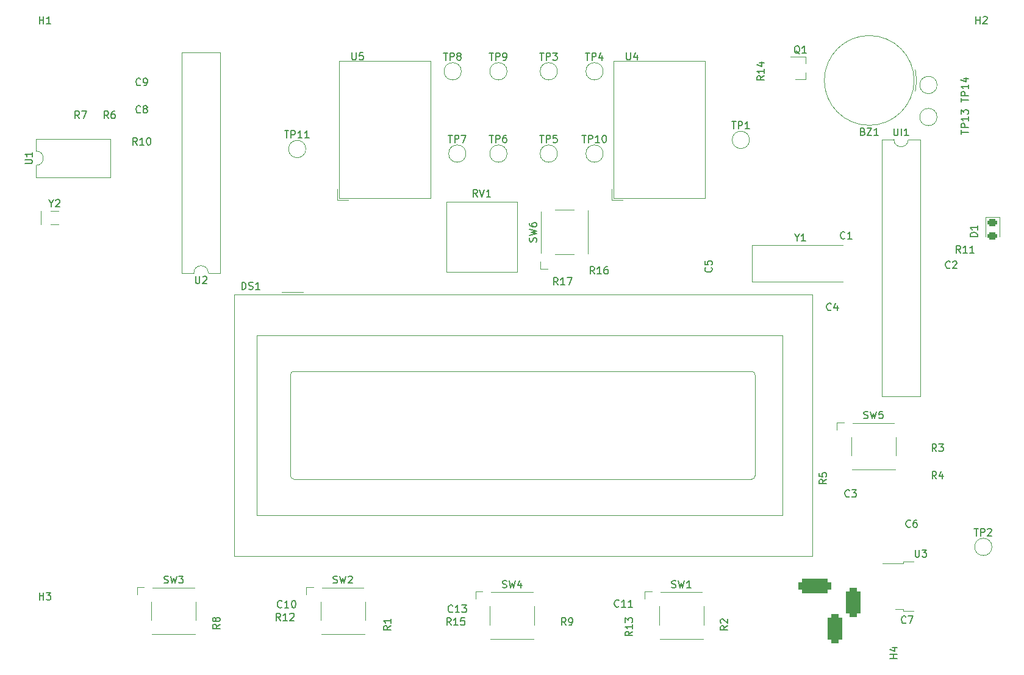
<source format=gbr>
%TF.GenerationSoftware,KiCad,Pcbnew,(6.0.5-0)*%
%TF.CreationDate,2022-07-17T22:17:14-04:00*%
%TF.ProjectId,Annahs_clock_hps,416e6e61-6873-45f6-936c-6f636b5f6870,rev?*%
%TF.SameCoordinates,Original*%
%TF.FileFunction,Legend,Top*%
%TF.FilePolarity,Positive*%
%FSLAX46Y46*%
G04 Gerber Fmt 4.6, Leading zero omitted, Abs format (unit mm)*
G04 Created by KiCad (PCBNEW (6.0.5-0)) date 2022-07-17 22:17:14*
%MOMM*%
%LPD*%
G01*
G04 APERTURE LIST*
G04 Aperture macros list*
%AMRoundRect*
0 Rectangle with rounded corners*
0 $1 Rounding radius*
0 $2 $3 $4 $5 $6 $7 $8 $9 X,Y pos of 4 corners*
0 Add a 4 corners polygon primitive as box body*
4,1,4,$2,$3,$4,$5,$6,$7,$8,$9,$2,$3,0*
0 Add four circle primitives for the rounded corners*
1,1,$1+$1,$2,$3*
1,1,$1+$1,$4,$5*
1,1,$1+$1,$6,$7*
1,1,$1+$1,$8,$9*
0 Add four rect primitives between the rounded corners*
20,1,$1+$1,$2,$3,$4,$5,0*
20,1,$1+$1,$4,$5,$6,$7,0*
20,1,$1+$1,$6,$7,$8,$9,0*
20,1,$1+$1,$8,$9,$2,$3,0*%
G04 Aperture macros list end*
%ADD10C,0.150000*%
%ADD11C,0.120000*%
%ADD12R,1.150000X1.400000*%
%ADD13C,3.200000*%
%ADD14C,1.440000*%
%ADD15R,1.000000X1.800000*%
%ADD16C,2.000000*%
%ADD17R,2.200000X1.200000*%
%ADD18R,6.400000X5.800000*%
%ADD19R,1.400000X1.150000*%
%ADD20R,1.700000X1.700000*%
%ADD21C,1.700000*%
%ADD22R,1.600000X1.600000*%
%ADD23O,1.600000X1.600000*%
%ADD24R,0.900000X0.800000*%
%ADD25RoundRect,0.243750X-0.456250X0.243750X-0.456250X-0.243750X0.456250X-0.243750X0.456250X0.243750X0*%
%ADD26R,1.400000X1.600000*%
%ADD27R,4.500000X2.000000*%
%ADD28R,2.000000X2.000000*%
%ADD29R,1.600000X1.400000*%
%ADD30C,3.000000*%
%ADD31R,1.800000X2.600000*%
%ADD32O,1.800000X2.600000*%
%ADD33RoundRect,0.500000X1.750000X0.500000X-1.750000X0.500000X-1.750000X-0.500000X1.750000X-0.500000X0*%
%ADD34RoundRect,0.500000X-0.500000X1.500000X-0.500000X-1.500000X0.500000X-1.500000X0.500000X1.500000X0*%
%ADD35O,1.700000X1.700000*%
%ADD36R,3.000000X3.000000*%
G04 APERTURE END LIST*
D10*
%TO.C,C6*%
X205148333Y-126087142D02*
X205100714Y-126134761D01*
X204957857Y-126182380D01*
X204862619Y-126182380D01*
X204719761Y-126134761D01*
X204624523Y-126039523D01*
X204576904Y-125944285D01*
X204529285Y-125753809D01*
X204529285Y-125610952D01*
X204576904Y-125420476D01*
X204624523Y-125325238D01*
X204719761Y-125230000D01*
X204862619Y-125182380D01*
X204957857Y-125182380D01*
X205100714Y-125230000D01*
X205148333Y-125277619D01*
X206005476Y-125182380D02*
X205815000Y-125182380D01*
X205719761Y-125230000D01*
X205672142Y-125277619D01*
X205576904Y-125420476D01*
X205529285Y-125610952D01*
X205529285Y-125991904D01*
X205576904Y-126087142D01*
X205624523Y-126134761D01*
X205719761Y-126182380D01*
X205910238Y-126182380D01*
X206005476Y-126134761D01*
X206053095Y-126087142D01*
X206100714Y-125991904D01*
X206100714Y-125753809D01*
X206053095Y-125658571D01*
X206005476Y-125610952D01*
X205910238Y-125563333D01*
X205719761Y-125563333D01*
X205624523Y-125610952D01*
X205576904Y-125658571D01*
X205529285Y-125753809D01*
%TO.C,H4*%
X203317380Y-144386904D02*
X202317380Y-144386904D01*
X202793571Y-144386904D02*
X202793571Y-143815476D01*
X203317380Y-143815476D02*
X202317380Y-143815476D01*
X202650714Y-142910714D02*
X203317380Y-142910714D01*
X202269761Y-143148809D02*
X202984047Y-143386904D01*
X202984047Y-142767857D01*
%TO.C,R6*%
X93813333Y-69412380D02*
X93480000Y-68936190D01*
X93241904Y-69412380D02*
X93241904Y-68412380D01*
X93622857Y-68412380D01*
X93718095Y-68460000D01*
X93765714Y-68507619D01*
X93813333Y-68602857D01*
X93813333Y-68745714D01*
X93765714Y-68840952D01*
X93718095Y-68888571D01*
X93622857Y-68936190D01*
X93241904Y-68936190D01*
X94670476Y-68412380D02*
X94480000Y-68412380D01*
X94384761Y-68460000D01*
X94337142Y-68507619D01*
X94241904Y-68650476D01*
X94194285Y-68840952D01*
X94194285Y-69221904D01*
X94241904Y-69317142D01*
X94289523Y-69364761D01*
X94384761Y-69412380D01*
X94575238Y-69412380D01*
X94670476Y-69364761D01*
X94718095Y-69317142D01*
X94765714Y-69221904D01*
X94765714Y-68983809D01*
X94718095Y-68888571D01*
X94670476Y-68840952D01*
X94575238Y-68793333D01*
X94384761Y-68793333D01*
X94289523Y-68840952D01*
X94241904Y-68888571D01*
X94194285Y-68983809D01*
%TO.C,RV1*%
X145054761Y-80279880D02*
X144721428Y-79803690D01*
X144483333Y-80279880D02*
X144483333Y-79279880D01*
X144864285Y-79279880D01*
X144959523Y-79327500D01*
X145007142Y-79375119D01*
X145054761Y-79470357D01*
X145054761Y-79613214D01*
X145007142Y-79708452D01*
X144959523Y-79756071D01*
X144864285Y-79803690D01*
X144483333Y-79803690D01*
X145340476Y-79279880D02*
X145673809Y-80279880D01*
X146007142Y-79279880D01*
X146864285Y-80279880D02*
X146292857Y-80279880D01*
X146578571Y-80279880D02*
X146578571Y-79279880D01*
X146483333Y-79422738D01*
X146388095Y-79517976D01*
X146292857Y-79565595D01*
%TO.C,Y2*%
X85883809Y-81211190D02*
X85883809Y-81687380D01*
X85550476Y-80687380D02*
X85883809Y-81211190D01*
X86217142Y-80687380D01*
X86502857Y-80782619D02*
X86550476Y-80735000D01*
X86645714Y-80687380D01*
X86883809Y-80687380D01*
X86979047Y-80735000D01*
X87026666Y-80782619D01*
X87074285Y-80877857D01*
X87074285Y-80973095D01*
X87026666Y-81115952D01*
X86455238Y-81687380D01*
X87074285Y-81687380D01*
%TO.C,TP9*%
X146693095Y-60319380D02*
X147264523Y-60319380D01*
X146978809Y-61319380D02*
X146978809Y-60319380D01*
X147597857Y-61319380D02*
X147597857Y-60319380D01*
X147978809Y-60319380D01*
X148074047Y-60367000D01*
X148121666Y-60414619D01*
X148169285Y-60509857D01*
X148169285Y-60652714D01*
X148121666Y-60747952D01*
X148074047Y-60795571D01*
X147978809Y-60843190D01*
X147597857Y-60843190D01*
X148645476Y-61319380D02*
X148835952Y-61319380D01*
X148931190Y-61271761D01*
X148978809Y-61224142D01*
X149074047Y-61081285D01*
X149121666Y-60890809D01*
X149121666Y-60509857D01*
X149074047Y-60414619D01*
X149026428Y-60367000D01*
X148931190Y-60319380D01*
X148740714Y-60319380D01*
X148645476Y-60367000D01*
X148597857Y-60414619D01*
X148550238Y-60509857D01*
X148550238Y-60747952D01*
X148597857Y-60843190D01*
X148645476Y-60890809D01*
X148740714Y-60938428D01*
X148931190Y-60938428D01*
X149026428Y-60890809D01*
X149074047Y-60843190D01*
X149121666Y-60747952D01*
%TO.C,R17*%
X156202142Y-92527380D02*
X155868809Y-92051190D01*
X155630714Y-92527380D02*
X155630714Y-91527380D01*
X156011666Y-91527380D01*
X156106904Y-91575000D01*
X156154523Y-91622619D01*
X156202142Y-91717857D01*
X156202142Y-91860714D01*
X156154523Y-91955952D01*
X156106904Y-92003571D01*
X156011666Y-92051190D01*
X155630714Y-92051190D01*
X157154523Y-92527380D02*
X156583095Y-92527380D01*
X156868809Y-92527380D02*
X156868809Y-91527380D01*
X156773571Y-91670238D01*
X156678333Y-91765476D01*
X156583095Y-91813095D01*
X157487857Y-91527380D02*
X158154523Y-91527380D01*
X157725952Y-92527380D01*
%TO.C,U3*%
X205823095Y-129317380D02*
X205823095Y-130126904D01*
X205870714Y-130222142D01*
X205918333Y-130269761D01*
X206013571Y-130317380D01*
X206204047Y-130317380D01*
X206299285Y-130269761D01*
X206346904Y-130222142D01*
X206394523Y-130126904D01*
X206394523Y-129317380D01*
X206775476Y-129317380D02*
X207394523Y-129317380D01*
X207061190Y-129698333D01*
X207204047Y-129698333D01*
X207299285Y-129745952D01*
X207346904Y-129793571D01*
X207394523Y-129888809D01*
X207394523Y-130126904D01*
X207346904Y-130222142D01*
X207299285Y-130269761D01*
X207204047Y-130317380D01*
X206918333Y-130317380D01*
X206823095Y-130269761D01*
X206775476Y-130222142D01*
%TO.C,R14*%
X184857380Y-63507857D02*
X184381190Y-63841190D01*
X184857380Y-64079285D02*
X183857380Y-64079285D01*
X183857380Y-63698333D01*
X183905000Y-63603095D01*
X183952619Y-63555476D01*
X184047857Y-63507857D01*
X184190714Y-63507857D01*
X184285952Y-63555476D01*
X184333571Y-63603095D01*
X184381190Y-63698333D01*
X184381190Y-64079285D01*
X184857380Y-62555476D02*
X184857380Y-63126904D01*
X184857380Y-62841190D02*
X183857380Y-62841190D01*
X184000238Y-62936428D01*
X184095476Y-63031666D01*
X184143095Y-63126904D01*
X184190714Y-61698333D02*
X184857380Y-61698333D01*
X183809761Y-61936428D02*
X184524047Y-62174523D01*
X184524047Y-61555476D01*
%TO.C,U5*%
X127635095Y-60285380D02*
X127635095Y-61094904D01*
X127682714Y-61190142D01*
X127730333Y-61237761D01*
X127825571Y-61285380D01*
X128016047Y-61285380D01*
X128111285Y-61237761D01*
X128158904Y-61190142D01*
X128206523Y-61094904D01*
X128206523Y-60285380D01*
X129158904Y-60285380D02*
X128682714Y-60285380D01*
X128635095Y-60761571D01*
X128682714Y-60713952D01*
X128777952Y-60666333D01*
X129016047Y-60666333D01*
X129111285Y-60713952D01*
X129158904Y-60761571D01*
X129206523Y-60856809D01*
X129206523Y-61094904D01*
X129158904Y-61190142D01*
X129111285Y-61237761D01*
X129016047Y-61285380D01*
X128777952Y-61285380D01*
X128682714Y-61237761D01*
X128635095Y-61190142D01*
%TO.C,TP7*%
X140978095Y-71749380D02*
X141549523Y-71749380D01*
X141263809Y-72749380D02*
X141263809Y-71749380D01*
X141882857Y-72749380D02*
X141882857Y-71749380D01*
X142263809Y-71749380D01*
X142359047Y-71797000D01*
X142406666Y-71844619D01*
X142454285Y-71939857D01*
X142454285Y-72082714D01*
X142406666Y-72177952D01*
X142359047Y-72225571D01*
X142263809Y-72273190D01*
X141882857Y-72273190D01*
X142787619Y-71749380D02*
X143454285Y-71749380D01*
X143025714Y-72749380D01*
%TO.C,R5*%
X193492380Y-119546666D02*
X193016190Y-119880000D01*
X193492380Y-120118095D02*
X192492380Y-120118095D01*
X192492380Y-119737142D01*
X192540000Y-119641904D01*
X192587619Y-119594285D01*
X192682857Y-119546666D01*
X192825714Y-119546666D01*
X192920952Y-119594285D01*
X192968571Y-119641904D01*
X193016190Y-119737142D01*
X193016190Y-120118095D01*
X192492380Y-118641904D02*
X192492380Y-119118095D01*
X192968571Y-119165714D01*
X192920952Y-119118095D01*
X192873333Y-119022857D01*
X192873333Y-118784761D01*
X192920952Y-118689523D01*
X192968571Y-118641904D01*
X193063809Y-118594285D01*
X193301904Y-118594285D01*
X193397142Y-118641904D01*
X193444761Y-118689523D01*
X193492380Y-118784761D01*
X193492380Y-119022857D01*
X193444761Y-119118095D01*
X193397142Y-119165714D01*
%TO.C,C2*%
X210653333Y-90147142D02*
X210605714Y-90194761D01*
X210462857Y-90242380D01*
X210367619Y-90242380D01*
X210224761Y-90194761D01*
X210129523Y-90099523D01*
X210081904Y-90004285D01*
X210034285Y-89813809D01*
X210034285Y-89670952D01*
X210081904Y-89480476D01*
X210129523Y-89385238D01*
X210224761Y-89290000D01*
X210367619Y-89242380D01*
X210462857Y-89242380D01*
X210605714Y-89290000D01*
X210653333Y-89337619D01*
X211034285Y-89337619D02*
X211081904Y-89290000D01*
X211177142Y-89242380D01*
X211415238Y-89242380D01*
X211510476Y-89290000D01*
X211558095Y-89337619D01*
X211605714Y-89432857D01*
X211605714Y-89528095D01*
X211558095Y-89670952D01*
X210986666Y-90242380D01*
X211605714Y-90242380D01*
%TO.C,R10*%
X97782142Y-73097380D02*
X97448809Y-72621190D01*
X97210714Y-73097380D02*
X97210714Y-72097380D01*
X97591666Y-72097380D01*
X97686904Y-72145000D01*
X97734523Y-72192619D01*
X97782142Y-72287857D01*
X97782142Y-72430714D01*
X97734523Y-72525952D01*
X97686904Y-72573571D01*
X97591666Y-72621190D01*
X97210714Y-72621190D01*
X98734523Y-73097380D02*
X98163095Y-73097380D01*
X98448809Y-73097380D02*
X98448809Y-72097380D01*
X98353571Y-72240238D01*
X98258333Y-72335476D01*
X98163095Y-72383095D01*
X99353571Y-72097380D02*
X99448809Y-72097380D01*
X99544047Y-72145000D01*
X99591666Y-72192619D01*
X99639285Y-72287857D01*
X99686904Y-72478333D01*
X99686904Y-72716428D01*
X99639285Y-72906904D01*
X99591666Y-73002142D01*
X99544047Y-73049761D01*
X99448809Y-73097380D01*
X99353571Y-73097380D01*
X99258333Y-73049761D01*
X99210714Y-73002142D01*
X99163095Y-72906904D01*
X99115476Y-72716428D01*
X99115476Y-72478333D01*
X99163095Y-72287857D01*
X99210714Y-72192619D01*
X99258333Y-72145000D01*
X99353571Y-72097380D01*
%TO.C,C10*%
X117897142Y-137262142D02*
X117849523Y-137309761D01*
X117706666Y-137357380D01*
X117611428Y-137357380D01*
X117468571Y-137309761D01*
X117373333Y-137214523D01*
X117325714Y-137119285D01*
X117278095Y-136928809D01*
X117278095Y-136785952D01*
X117325714Y-136595476D01*
X117373333Y-136500238D01*
X117468571Y-136405000D01*
X117611428Y-136357380D01*
X117706666Y-136357380D01*
X117849523Y-136405000D01*
X117897142Y-136452619D01*
X118849523Y-137357380D02*
X118278095Y-137357380D01*
X118563809Y-137357380D02*
X118563809Y-136357380D01*
X118468571Y-136500238D01*
X118373333Y-136595476D01*
X118278095Y-136643095D01*
X119468571Y-136357380D02*
X119563809Y-136357380D01*
X119659047Y-136405000D01*
X119706666Y-136452619D01*
X119754285Y-136547857D01*
X119801904Y-136738333D01*
X119801904Y-136976428D01*
X119754285Y-137166904D01*
X119706666Y-137262142D01*
X119659047Y-137309761D01*
X119563809Y-137357380D01*
X119468571Y-137357380D01*
X119373333Y-137309761D01*
X119325714Y-137262142D01*
X119278095Y-137166904D01*
X119230476Y-136976428D01*
X119230476Y-136738333D01*
X119278095Y-136547857D01*
X119325714Y-136452619D01*
X119373333Y-136405000D01*
X119468571Y-136357380D01*
%TO.C,U2*%
X105918095Y-91317380D02*
X105918095Y-92126904D01*
X105965714Y-92222142D01*
X106013333Y-92269761D01*
X106108571Y-92317380D01*
X106299047Y-92317380D01*
X106394285Y-92269761D01*
X106441904Y-92222142D01*
X106489523Y-92126904D01*
X106489523Y-91317380D01*
X106918095Y-91412619D02*
X106965714Y-91365000D01*
X107060952Y-91317380D01*
X107299047Y-91317380D01*
X107394285Y-91365000D01*
X107441904Y-91412619D01*
X107489523Y-91507857D01*
X107489523Y-91603095D01*
X107441904Y-91745952D01*
X106870476Y-92317380D01*
X107489523Y-92317380D01*
%TO.C,C8*%
X98258333Y-68557142D02*
X98210714Y-68604761D01*
X98067857Y-68652380D01*
X97972619Y-68652380D01*
X97829761Y-68604761D01*
X97734523Y-68509523D01*
X97686904Y-68414285D01*
X97639285Y-68223809D01*
X97639285Y-68080952D01*
X97686904Y-67890476D01*
X97734523Y-67795238D01*
X97829761Y-67700000D01*
X97972619Y-67652380D01*
X98067857Y-67652380D01*
X98210714Y-67700000D01*
X98258333Y-67747619D01*
X98829761Y-68080952D02*
X98734523Y-68033333D01*
X98686904Y-67985714D01*
X98639285Y-67890476D01*
X98639285Y-67842857D01*
X98686904Y-67747619D01*
X98734523Y-67700000D01*
X98829761Y-67652380D01*
X99020238Y-67652380D01*
X99115476Y-67700000D01*
X99163095Y-67747619D01*
X99210714Y-67842857D01*
X99210714Y-67890476D01*
X99163095Y-67985714D01*
X99115476Y-68033333D01*
X99020238Y-68080952D01*
X98829761Y-68080952D01*
X98734523Y-68128571D01*
X98686904Y-68176190D01*
X98639285Y-68271428D01*
X98639285Y-68461904D01*
X98686904Y-68557142D01*
X98734523Y-68604761D01*
X98829761Y-68652380D01*
X99020238Y-68652380D01*
X99115476Y-68604761D01*
X99163095Y-68557142D01*
X99210714Y-68461904D01*
X99210714Y-68271428D01*
X99163095Y-68176190D01*
X99115476Y-68128571D01*
X99020238Y-68080952D01*
%TO.C,Q1*%
X189784761Y-60442619D02*
X189689523Y-60395000D01*
X189594285Y-60299761D01*
X189451428Y-60156904D01*
X189356190Y-60109285D01*
X189260952Y-60109285D01*
X189308571Y-60347380D02*
X189213333Y-60299761D01*
X189118095Y-60204523D01*
X189070476Y-60014047D01*
X189070476Y-59680714D01*
X189118095Y-59490238D01*
X189213333Y-59395000D01*
X189308571Y-59347380D01*
X189499047Y-59347380D01*
X189594285Y-59395000D01*
X189689523Y-59490238D01*
X189737142Y-59680714D01*
X189737142Y-60014047D01*
X189689523Y-60204523D01*
X189594285Y-60299761D01*
X189499047Y-60347380D01*
X189308571Y-60347380D01*
X190689523Y-60347380D02*
X190118095Y-60347380D01*
X190403809Y-60347380D02*
X190403809Y-59347380D01*
X190308571Y-59490238D01*
X190213333Y-59585476D01*
X190118095Y-59633095D01*
%TO.C,C7*%
X204513333Y-139422142D02*
X204465714Y-139469761D01*
X204322857Y-139517380D01*
X204227619Y-139517380D01*
X204084761Y-139469761D01*
X203989523Y-139374523D01*
X203941904Y-139279285D01*
X203894285Y-139088809D01*
X203894285Y-138945952D01*
X203941904Y-138755476D01*
X203989523Y-138660238D01*
X204084761Y-138565000D01*
X204227619Y-138517380D01*
X204322857Y-138517380D01*
X204465714Y-138565000D01*
X204513333Y-138612619D01*
X204846666Y-138517380D02*
X205513333Y-138517380D01*
X205084761Y-139517380D01*
%TO.C,D1*%
X214447380Y-85828095D02*
X213447380Y-85828095D01*
X213447380Y-85590000D01*
X213495000Y-85447142D01*
X213590238Y-85351904D01*
X213685476Y-85304285D01*
X213875952Y-85256666D01*
X214018809Y-85256666D01*
X214209285Y-85304285D01*
X214304523Y-85351904D01*
X214399761Y-85447142D01*
X214447380Y-85590000D01*
X214447380Y-85828095D01*
X214447380Y-84304285D02*
X214447380Y-84875714D01*
X214447380Y-84590000D02*
X213447380Y-84590000D01*
X213590238Y-84685238D01*
X213685476Y-84780476D01*
X213733095Y-84875714D01*
%TO.C,TP5*%
X153678095Y-71749380D02*
X154249523Y-71749380D01*
X153963809Y-72749380D02*
X153963809Y-71749380D01*
X154582857Y-72749380D02*
X154582857Y-71749380D01*
X154963809Y-71749380D01*
X155059047Y-71797000D01*
X155106666Y-71844619D01*
X155154285Y-71939857D01*
X155154285Y-72082714D01*
X155106666Y-72177952D01*
X155059047Y-72225571D01*
X154963809Y-72273190D01*
X154582857Y-72273190D01*
X156059047Y-71749380D02*
X155582857Y-71749380D01*
X155535238Y-72225571D01*
X155582857Y-72177952D01*
X155678095Y-72130333D01*
X155916190Y-72130333D01*
X156011428Y-72177952D01*
X156059047Y-72225571D01*
X156106666Y-72320809D01*
X156106666Y-72558904D01*
X156059047Y-72654142D01*
X156011428Y-72701761D01*
X155916190Y-72749380D01*
X155678095Y-72749380D01*
X155582857Y-72701761D01*
X155535238Y-72654142D01*
%TO.C,R13*%
X166567380Y-140660357D02*
X166091190Y-140993690D01*
X166567380Y-141231785D02*
X165567380Y-141231785D01*
X165567380Y-140850833D01*
X165615000Y-140755595D01*
X165662619Y-140707976D01*
X165757857Y-140660357D01*
X165900714Y-140660357D01*
X165995952Y-140707976D01*
X166043571Y-140755595D01*
X166091190Y-140850833D01*
X166091190Y-141231785D01*
X166567380Y-139707976D02*
X166567380Y-140279404D01*
X166567380Y-139993690D02*
X165567380Y-139993690D01*
X165710238Y-140088928D01*
X165805476Y-140184166D01*
X165853095Y-140279404D01*
X165567380Y-139374642D02*
X165567380Y-138755595D01*
X165948333Y-139088928D01*
X165948333Y-138946071D01*
X165995952Y-138850833D01*
X166043571Y-138803214D01*
X166138809Y-138755595D01*
X166376904Y-138755595D01*
X166472142Y-138803214D01*
X166519761Y-138850833D01*
X166567380Y-138946071D01*
X166567380Y-139231785D01*
X166519761Y-139327023D01*
X166472142Y-139374642D01*
%TO.C,R15*%
X141382142Y-139772380D02*
X141048809Y-139296190D01*
X140810714Y-139772380D02*
X140810714Y-138772380D01*
X141191666Y-138772380D01*
X141286904Y-138820000D01*
X141334523Y-138867619D01*
X141382142Y-138962857D01*
X141382142Y-139105714D01*
X141334523Y-139200952D01*
X141286904Y-139248571D01*
X141191666Y-139296190D01*
X140810714Y-139296190D01*
X142334523Y-139772380D02*
X141763095Y-139772380D01*
X142048809Y-139772380D02*
X142048809Y-138772380D01*
X141953571Y-138915238D01*
X141858333Y-139010476D01*
X141763095Y-139058095D01*
X143239285Y-138772380D02*
X142763095Y-138772380D01*
X142715476Y-139248571D01*
X142763095Y-139200952D01*
X142858333Y-139153333D01*
X143096428Y-139153333D01*
X143191666Y-139200952D01*
X143239285Y-139248571D01*
X143286904Y-139343809D01*
X143286904Y-139581904D01*
X143239285Y-139677142D01*
X143191666Y-139724761D01*
X143096428Y-139772380D01*
X142858333Y-139772380D01*
X142763095Y-139724761D01*
X142715476Y-139677142D01*
%TO.C,TP14*%
X212177380Y-67143095D02*
X212177380Y-66571666D01*
X213177380Y-66857380D02*
X212177380Y-66857380D01*
X213177380Y-66238333D02*
X212177380Y-66238333D01*
X212177380Y-65857380D01*
X212225000Y-65762142D01*
X212272619Y-65714523D01*
X212367857Y-65666904D01*
X212510714Y-65666904D01*
X212605952Y-65714523D01*
X212653571Y-65762142D01*
X212701190Y-65857380D01*
X212701190Y-66238333D01*
X213177380Y-64714523D02*
X213177380Y-65285952D01*
X213177380Y-65000238D02*
X212177380Y-65000238D01*
X212320238Y-65095476D01*
X212415476Y-65190714D01*
X212463095Y-65285952D01*
X212510714Y-63857380D02*
X213177380Y-63857380D01*
X212129761Y-64095476D02*
X212844047Y-64333571D01*
X212844047Y-63714523D01*
%TO.C,R12*%
X117682142Y-139137380D02*
X117348809Y-138661190D01*
X117110714Y-139137380D02*
X117110714Y-138137380D01*
X117491666Y-138137380D01*
X117586904Y-138185000D01*
X117634523Y-138232619D01*
X117682142Y-138327857D01*
X117682142Y-138470714D01*
X117634523Y-138565952D01*
X117586904Y-138613571D01*
X117491666Y-138661190D01*
X117110714Y-138661190D01*
X118634523Y-139137380D02*
X118063095Y-139137380D01*
X118348809Y-139137380D02*
X118348809Y-138137380D01*
X118253571Y-138280238D01*
X118158333Y-138375476D01*
X118063095Y-138423095D01*
X119015476Y-138232619D02*
X119063095Y-138185000D01*
X119158333Y-138137380D01*
X119396428Y-138137380D01*
X119491666Y-138185000D01*
X119539285Y-138232619D01*
X119586904Y-138327857D01*
X119586904Y-138423095D01*
X119539285Y-138565952D01*
X118967857Y-139137380D01*
X119586904Y-139137380D01*
%TO.C,SW6*%
X153199761Y-86540833D02*
X153247380Y-86397976D01*
X153247380Y-86159880D01*
X153199761Y-86064642D01*
X153152142Y-86017023D01*
X153056904Y-85969404D01*
X152961666Y-85969404D01*
X152866428Y-86017023D01*
X152818809Y-86064642D01*
X152771190Y-86159880D01*
X152723571Y-86350357D01*
X152675952Y-86445595D01*
X152628333Y-86493214D01*
X152533095Y-86540833D01*
X152437857Y-86540833D01*
X152342619Y-86493214D01*
X152295000Y-86445595D01*
X152247380Y-86350357D01*
X152247380Y-86112261D01*
X152295000Y-85969404D01*
X152247380Y-85636071D02*
X153247380Y-85397976D01*
X152533095Y-85207500D01*
X153247380Y-85017023D01*
X152247380Y-84778928D01*
X152247380Y-83969404D02*
X152247380Y-84159880D01*
X152295000Y-84255119D01*
X152342619Y-84302738D01*
X152485476Y-84397976D01*
X152675952Y-84445595D01*
X153056904Y-84445595D01*
X153152142Y-84397976D01*
X153199761Y-84350357D01*
X153247380Y-84255119D01*
X153247380Y-84064642D01*
X153199761Y-83969404D01*
X153152142Y-83921785D01*
X153056904Y-83874166D01*
X152818809Y-83874166D01*
X152723571Y-83921785D01*
X152675952Y-83969404D01*
X152628333Y-84064642D01*
X152628333Y-84255119D01*
X152675952Y-84350357D01*
X152723571Y-84397976D01*
X152818809Y-84445595D01*
%TO.C,C11*%
X164672142Y-137159642D02*
X164624523Y-137207261D01*
X164481666Y-137254880D01*
X164386428Y-137254880D01*
X164243571Y-137207261D01*
X164148333Y-137112023D01*
X164100714Y-137016785D01*
X164053095Y-136826309D01*
X164053095Y-136683452D01*
X164100714Y-136492976D01*
X164148333Y-136397738D01*
X164243571Y-136302500D01*
X164386428Y-136254880D01*
X164481666Y-136254880D01*
X164624523Y-136302500D01*
X164672142Y-136350119D01*
X165624523Y-137254880D02*
X165053095Y-137254880D01*
X165338809Y-137254880D02*
X165338809Y-136254880D01*
X165243571Y-136397738D01*
X165148333Y-136492976D01*
X165053095Y-136540595D01*
X166576904Y-137254880D02*
X166005476Y-137254880D01*
X166291190Y-137254880D02*
X166291190Y-136254880D01*
X166195952Y-136397738D01*
X166100714Y-136492976D01*
X166005476Y-136540595D01*
%TO.C,TP10*%
X159551904Y-71749380D02*
X160123333Y-71749380D01*
X159837619Y-72749380D02*
X159837619Y-71749380D01*
X160456666Y-72749380D02*
X160456666Y-71749380D01*
X160837619Y-71749380D01*
X160932857Y-71797000D01*
X160980476Y-71844619D01*
X161028095Y-71939857D01*
X161028095Y-72082714D01*
X160980476Y-72177952D01*
X160932857Y-72225571D01*
X160837619Y-72273190D01*
X160456666Y-72273190D01*
X161980476Y-72749380D02*
X161409047Y-72749380D01*
X161694761Y-72749380D02*
X161694761Y-71749380D01*
X161599523Y-71892238D01*
X161504285Y-71987476D01*
X161409047Y-72035095D01*
X162599523Y-71749380D02*
X162694761Y-71749380D01*
X162790000Y-71797000D01*
X162837619Y-71844619D01*
X162885238Y-71939857D01*
X162932857Y-72130333D01*
X162932857Y-72368428D01*
X162885238Y-72558904D01*
X162837619Y-72654142D01*
X162790000Y-72701761D01*
X162694761Y-72749380D01*
X162599523Y-72749380D01*
X162504285Y-72701761D01*
X162456666Y-72654142D01*
X162409047Y-72558904D01*
X162361428Y-72368428D01*
X162361428Y-72130333D01*
X162409047Y-71939857D01*
X162456666Y-71844619D01*
X162504285Y-71797000D01*
X162599523Y-71749380D01*
%TO.C,U1*%
X82222380Y-75691904D02*
X83031904Y-75691904D01*
X83127142Y-75644285D01*
X83174761Y-75596666D01*
X83222380Y-75501428D01*
X83222380Y-75310952D01*
X83174761Y-75215714D01*
X83127142Y-75168095D01*
X83031904Y-75120476D01*
X82222380Y-75120476D01*
X83222380Y-74120476D02*
X83222380Y-74691904D01*
X83222380Y-74406190D02*
X82222380Y-74406190D01*
X82365238Y-74501428D01*
X82460476Y-74596666D01*
X82508095Y-74691904D01*
%TO.C,R1*%
X133002380Y-139866666D02*
X132526190Y-140200000D01*
X133002380Y-140438095D02*
X132002380Y-140438095D01*
X132002380Y-140057142D01*
X132050000Y-139961904D01*
X132097619Y-139914285D01*
X132192857Y-139866666D01*
X132335714Y-139866666D01*
X132430952Y-139914285D01*
X132478571Y-139961904D01*
X132526190Y-140057142D01*
X132526190Y-140438095D01*
X133002380Y-138914285D02*
X133002380Y-139485714D01*
X133002380Y-139200000D02*
X132002380Y-139200000D01*
X132145238Y-139295238D01*
X132240476Y-139390476D01*
X132288095Y-139485714D01*
%TO.C,Y1*%
X189388809Y-85961190D02*
X189388809Y-86437380D01*
X189055476Y-85437380D02*
X189388809Y-85961190D01*
X189722142Y-85437380D01*
X190579285Y-86437380D02*
X190007857Y-86437380D01*
X190293571Y-86437380D02*
X190293571Y-85437380D01*
X190198333Y-85580238D01*
X190103095Y-85675476D01*
X190007857Y-85723095D01*
%TO.C,TP4*%
X160028095Y-60319380D02*
X160599523Y-60319380D01*
X160313809Y-61319380D02*
X160313809Y-60319380D01*
X160932857Y-61319380D02*
X160932857Y-60319380D01*
X161313809Y-60319380D01*
X161409047Y-60367000D01*
X161456666Y-60414619D01*
X161504285Y-60509857D01*
X161504285Y-60652714D01*
X161456666Y-60747952D01*
X161409047Y-60795571D01*
X161313809Y-60843190D01*
X160932857Y-60843190D01*
X162361428Y-60652714D02*
X162361428Y-61319380D01*
X162123333Y-60271761D02*
X161885238Y-60986047D01*
X162504285Y-60986047D01*
%TO.C,BZ1*%
X198549047Y-71233571D02*
X198691904Y-71281190D01*
X198739523Y-71328809D01*
X198787142Y-71424047D01*
X198787142Y-71566904D01*
X198739523Y-71662142D01*
X198691904Y-71709761D01*
X198596666Y-71757380D01*
X198215714Y-71757380D01*
X198215714Y-70757380D01*
X198549047Y-70757380D01*
X198644285Y-70805000D01*
X198691904Y-70852619D01*
X198739523Y-70947857D01*
X198739523Y-71043095D01*
X198691904Y-71138333D01*
X198644285Y-71185952D01*
X198549047Y-71233571D01*
X198215714Y-71233571D01*
X199120476Y-70757380D02*
X199787142Y-70757380D01*
X199120476Y-71757380D01*
X199787142Y-71757380D01*
X200691904Y-71757380D02*
X200120476Y-71757380D01*
X200406190Y-71757380D02*
X200406190Y-70757380D01*
X200310952Y-70900238D01*
X200215714Y-70995476D01*
X200120476Y-71043095D01*
%TO.C,R8*%
X109292380Y-139651666D02*
X108816190Y-139985000D01*
X109292380Y-140223095D02*
X108292380Y-140223095D01*
X108292380Y-139842142D01*
X108340000Y-139746904D01*
X108387619Y-139699285D01*
X108482857Y-139651666D01*
X108625714Y-139651666D01*
X108720952Y-139699285D01*
X108768571Y-139746904D01*
X108816190Y-139842142D01*
X108816190Y-140223095D01*
X108720952Y-139080238D02*
X108673333Y-139175476D01*
X108625714Y-139223095D01*
X108530476Y-139270714D01*
X108482857Y-139270714D01*
X108387619Y-139223095D01*
X108340000Y-139175476D01*
X108292380Y-139080238D01*
X108292380Y-138889761D01*
X108340000Y-138794523D01*
X108387619Y-138746904D01*
X108482857Y-138699285D01*
X108530476Y-138699285D01*
X108625714Y-138746904D01*
X108673333Y-138794523D01*
X108720952Y-138889761D01*
X108720952Y-139080238D01*
X108768571Y-139175476D01*
X108816190Y-139223095D01*
X108911428Y-139270714D01*
X109101904Y-139270714D01*
X109197142Y-139223095D01*
X109244761Y-139175476D01*
X109292380Y-139080238D01*
X109292380Y-138889761D01*
X109244761Y-138794523D01*
X109197142Y-138746904D01*
X109101904Y-138699285D01*
X108911428Y-138699285D01*
X108816190Y-138746904D01*
X108768571Y-138794523D01*
X108720952Y-138889761D01*
%TO.C,R9*%
X157313333Y-139772380D02*
X156980000Y-139296190D01*
X156741904Y-139772380D02*
X156741904Y-138772380D01*
X157122857Y-138772380D01*
X157218095Y-138820000D01*
X157265714Y-138867619D01*
X157313333Y-138962857D01*
X157313333Y-139105714D01*
X157265714Y-139200952D01*
X157218095Y-139248571D01*
X157122857Y-139296190D01*
X156741904Y-139296190D01*
X157789523Y-139772380D02*
X157980000Y-139772380D01*
X158075238Y-139724761D01*
X158122857Y-139677142D01*
X158218095Y-139534285D01*
X158265714Y-139343809D01*
X158265714Y-138962857D01*
X158218095Y-138867619D01*
X158170476Y-138820000D01*
X158075238Y-138772380D01*
X157884761Y-138772380D01*
X157789523Y-138820000D01*
X157741904Y-138867619D01*
X157694285Y-138962857D01*
X157694285Y-139200952D01*
X157741904Y-139296190D01*
X157789523Y-139343809D01*
X157884761Y-139391428D01*
X158075238Y-139391428D01*
X158170476Y-139343809D01*
X158218095Y-139296190D01*
X158265714Y-139200952D01*
%TO.C,H2*%
X214238095Y-56252380D02*
X214238095Y-55252380D01*
X214238095Y-55728571D02*
X214809523Y-55728571D01*
X214809523Y-56252380D02*
X214809523Y-55252380D01*
X215238095Y-55347619D02*
X215285714Y-55300000D01*
X215380952Y-55252380D01*
X215619047Y-55252380D01*
X215714285Y-55300000D01*
X215761904Y-55347619D01*
X215809523Y-55442857D01*
X215809523Y-55538095D01*
X215761904Y-55680952D01*
X215190476Y-56252380D01*
X215809523Y-56252380D01*
%TO.C,SW2*%
X125031666Y-133899761D02*
X125174523Y-133947380D01*
X125412619Y-133947380D01*
X125507857Y-133899761D01*
X125555476Y-133852142D01*
X125603095Y-133756904D01*
X125603095Y-133661666D01*
X125555476Y-133566428D01*
X125507857Y-133518809D01*
X125412619Y-133471190D01*
X125222142Y-133423571D01*
X125126904Y-133375952D01*
X125079285Y-133328333D01*
X125031666Y-133233095D01*
X125031666Y-133137857D01*
X125079285Y-133042619D01*
X125126904Y-132995000D01*
X125222142Y-132947380D01*
X125460238Y-132947380D01*
X125603095Y-132995000D01*
X125936428Y-132947380D02*
X126174523Y-133947380D01*
X126365000Y-133233095D01*
X126555476Y-133947380D01*
X126793571Y-132947380D01*
X127126904Y-133042619D02*
X127174523Y-132995000D01*
X127269761Y-132947380D01*
X127507857Y-132947380D01*
X127603095Y-132995000D01*
X127650714Y-133042619D01*
X127698333Y-133137857D01*
X127698333Y-133233095D01*
X127650714Y-133375952D01*
X127079285Y-133947380D01*
X127698333Y-133947380D01*
%TO.C,H3*%
X84238095Y-136252380D02*
X84238095Y-135252380D01*
X84238095Y-135728571D02*
X84809523Y-135728571D01*
X84809523Y-136252380D02*
X84809523Y-135252380D01*
X85190476Y-135252380D02*
X85809523Y-135252380D01*
X85476190Y-135633333D01*
X85619047Y-135633333D01*
X85714285Y-135680952D01*
X85761904Y-135728571D01*
X85809523Y-135823809D01*
X85809523Y-136061904D01*
X85761904Y-136157142D01*
X85714285Y-136204761D01*
X85619047Y-136252380D01*
X85333333Y-136252380D01*
X85238095Y-136204761D01*
X85190476Y-136157142D01*
%TO.C,TP1*%
X180348095Y-69844380D02*
X180919523Y-69844380D01*
X180633809Y-70844380D02*
X180633809Y-69844380D01*
X181252857Y-70844380D02*
X181252857Y-69844380D01*
X181633809Y-69844380D01*
X181729047Y-69892000D01*
X181776666Y-69939619D01*
X181824285Y-70034857D01*
X181824285Y-70177714D01*
X181776666Y-70272952D01*
X181729047Y-70320571D01*
X181633809Y-70368190D01*
X181252857Y-70368190D01*
X182776666Y-70844380D02*
X182205238Y-70844380D01*
X182490952Y-70844380D02*
X182490952Y-69844380D01*
X182395714Y-69987238D01*
X182300476Y-70082476D01*
X182205238Y-70130095D01*
%TO.C,R11*%
X212082142Y-88082380D02*
X211748809Y-87606190D01*
X211510714Y-88082380D02*
X211510714Y-87082380D01*
X211891666Y-87082380D01*
X211986904Y-87130000D01*
X212034523Y-87177619D01*
X212082142Y-87272857D01*
X212082142Y-87415714D01*
X212034523Y-87510952D01*
X211986904Y-87558571D01*
X211891666Y-87606190D01*
X211510714Y-87606190D01*
X213034523Y-88082380D02*
X212463095Y-88082380D01*
X212748809Y-88082380D02*
X212748809Y-87082380D01*
X212653571Y-87225238D01*
X212558333Y-87320476D01*
X212463095Y-87368095D01*
X213986904Y-88082380D02*
X213415476Y-88082380D01*
X213701190Y-88082380D02*
X213701190Y-87082380D01*
X213605952Y-87225238D01*
X213510714Y-87320476D01*
X213415476Y-87368095D01*
%TO.C,C4*%
X194143333Y-95987142D02*
X194095714Y-96034761D01*
X193952857Y-96082380D01*
X193857619Y-96082380D01*
X193714761Y-96034761D01*
X193619523Y-95939523D01*
X193571904Y-95844285D01*
X193524285Y-95653809D01*
X193524285Y-95510952D01*
X193571904Y-95320476D01*
X193619523Y-95225238D01*
X193714761Y-95130000D01*
X193857619Y-95082380D01*
X193952857Y-95082380D01*
X194095714Y-95130000D01*
X194143333Y-95177619D01*
X195000476Y-95415714D02*
X195000476Y-96082380D01*
X194762380Y-95034761D02*
X194524285Y-95749047D01*
X195143333Y-95749047D01*
%TO.C,R16*%
X161282142Y-90994880D02*
X160948809Y-90518690D01*
X160710714Y-90994880D02*
X160710714Y-89994880D01*
X161091666Y-89994880D01*
X161186904Y-90042500D01*
X161234523Y-90090119D01*
X161282142Y-90185357D01*
X161282142Y-90328214D01*
X161234523Y-90423452D01*
X161186904Y-90471071D01*
X161091666Y-90518690D01*
X160710714Y-90518690D01*
X162234523Y-90994880D02*
X161663095Y-90994880D01*
X161948809Y-90994880D02*
X161948809Y-89994880D01*
X161853571Y-90137738D01*
X161758333Y-90232976D01*
X161663095Y-90280595D01*
X163091666Y-89994880D02*
X162901190Y-89994880D01*
X162805952Y-90042500D01*
X162758333Y-90090119D01*
X162663095Y-90232976D01*
X162615476Y-90423452D01*
X162615476Y-90804404D01*
X162663095Y-90899642D01*
X162710714Y-90947261D01*
X162805952Y-90994880D01*
X162996428Y-90994880D01*
X163091666Y-90947261D01*
X163139285Y-90899642D01*
X163186904Y-90804404D01*
X163186904Y-90566309D01*
X163139285Y-90471071D01*
X163091666Y-90423452D01*
X162996428Y-90375833D01*
X162805952Y-90375833D01*
X162710714Y-90423452D01*
X162663095Y-90471071D01*
X162615476Y-90566309D01*
%TO.C,C5*%
X177522142Y-90121666D02*
X177569761Y-90169285D01*
X177617380Y-90312142D01*
X177617380Y-90407380D01*
X177569761Y-90550238D01*
X177474523Y-90645476D01*
X177379285Y-90693095D01*
X177188809Y-90740714D01*
X177045952Y-90740714D01*
X176855476Y-90693095D01*
X176760238Y-90645476D01*
X176665000Y-90550238D01*
X176617380Y-90407380D01*
X176617380Y-90312142D01*
X176665000Y-90169285D01*
X176712619Y-90121666D01*
X176617380Y-89216904D02*
X176617380Y-89693095D01*
X177093571Y-89740714D01*
X177045952Y-89693095D01*
X176998333Y-89597857D01*
X176998333Y-89359761D01*
X177045952Y-89264523D01*
X177093571Y-89216904D01*
X177188809Y-89169285D01*
X177426904Y-89169285D01*
X177522142Y-89216904D01*
X177569761Y-89264523D01*
X177617380Y-89359761D01*
X177617380Y-89597857D01*
X177569761Y-89693095D01*
X177522142Y-89740714D01*
%TO.C,R4*%
X208748333Y-119452380D02*
X208415000Y-118976190D01*
X208176904Y-119452380D02*
X208176904Y-118452380D01*
X208557857Y-118452380D01*
X208653095Y-118500000D01*
X208700714Y-118547619D01*
X208748333Y-118642857D01*
X208748333Y-118785714D01*
X208700714Y-118880952D01*
X208653095Y-118928571D01*
X208557857Y-118976190D01*
X208176904Y-118976190D01*
X209605476Y-118785714D02*
X209605476Y-119452380D01*
X209367380Y-118404761D02*
X209129285Y-119119047D01*
X209748333Y-119119047D01*
%TO.C,H1*%
X84238095Y-56252380D02*
X84238095Y-55252380D01*
X84238095Y-55728571D02*
X84809523Y-55728571D01*
X84809523Y-56252380D02*
X84809523Y-55252380D01*
X85809523Y-56252380D02*
X85238095Y-56252380D01*
X85523809Y-56252380D02*
X85523809Y-55252380D01*
X85428571Y-55395238D01*
X85333333Y-55490476D01*
X85238095Y-55538095D01*
%TO.C,SW1*%
X172021666Y-134534761D02*
X172164523Y-134582380D01*
X172402619Y-134582380D01*
X172497857Y-134534761D01*
X172545476Y-134487142D01*
X172593095Y-134391904D01*
X172593095Y-134296666D01*
X172545476Y-134201428D01*
X172497857Y-134153809D01*
X172402619Y-134106190D01*
X172212142Y-134058571D01*
X172116904Y-134010952D01*
X172069285Y-133963333D01*
X172021666Y-133868095D01*
X172021666Y-133772857D01*
X172069285Y-133677619D01*
X172116904Y-133630000D01*
X172212142Y-133582380D01*
X172450238Y-133582380D01*
X172593095Y-133630000D01*
X172926428Y-133582380D02*
X173164523Y-134582380D01*
X173355000Y-133868095D01*
X173545476Y-134582380D01*
X173783571Y-133582380D01*
X174688333Y-134582380D02*
X174116904Y-134582380D01*
X174402619Y-134582380D02*
X174402619Y-133582380D01*
X174307380Y-133725238D01*
X174212142Y-133820476D01*
X174116904Y-133868095D01*
%TO.C,TP6*%
X146693095Y-71749380D02*
X147264523Y-71749380D01*
X146978809Y-72749380D02*
X146978809Y-71749380D01*
X147597857Y-72749380D02*
X147597857Y-71749380D01*
X147978809Y-71749380D01*
X148074047Y-71797000D01*
X148121666Y-71844619D01*
X148169285Y-71939857D01*
X148169285Y-72082714D01*
X148121666Y-72177952D01*
X148074047Y-72225571D01*
X147978809Y-72273190D01*
X147597857Y-72273190D01*
X149026428Y-71749380D02*
X148835952Y-71749380D01*
X148740714Y-71797000D01*
X148693095Y-71844619D01*
X148597857Y-71987476D01*
X148550238Y-72177952D01*
X148550238Y-72558904D01*
X148597857Y-72654142D01*
X148645476Y-72701761D01*
X148740714Y-72749380D01*
X148931190Y-72749380D01*
X149026428Y-72701761D01*
X149074047Y-72654142D01*
X149121666Y-72558904D01*
X149121666Y-72320809D01*
X149074047Y-72225571D01*
X149026428Y-72177952D01*
X148931190Y-72130333D01*
X148740714Y-72130333D01*
X148645476Y-72177952D01*
X148597857Y-72225571D01*
X148550238Y-72320809D01*
%TO.C,TP2*%
X214003095Y-126359380D02*
X214574523Y-126359380D01*
X214288809Y-127359380D02*
X214288809Y-126359380D01*
X214907857Y-127359380D02*
X214907857Y-126359380D01*
X215288809Y-126359380D01*
X215384047Y-126407000D01*
X215431666Y-126454619D01*
X215479285Y-126549857D01*
X215479285Y-126692714D01*
X215431666Y-126787952D01*
X215384047Y-126835571D01*
X215288809Y-126883190D01*
X214907857Y-126883190D01*
X215860238Y-126454619D02*
X215907857Y-126407000D01*
X216003095Y-126359380D01*
X216241190Y-126359380D01*
X216336428Y-126407000D01*
X216384047Y-126454619D01*
X216431666Y-126549857D01*
X216431666Y-126645095D01*
X216384047Y-126787952D01*
X215812619Y-127359380D01*
X216431666Y-127359380D01*
%TO.C,C13*%
X141597142Y-137897142D02*
X141549523Y-137944761D01*
X141406666Y-137992380D01*
X141311428Y-137992380D01*
X141168571Y-137944761D01*
X141073333Y-137849523D01*
X141025714Y-137754285D01*
X140978095Y-137563809D01*
X140978095Y-137420952D01*
X141025714Y-137230476D01*
X141073333Y-137135238D01*
X141168571Y-137040000D01*
X141311428Y-136992380D01*
X141406666Y-136992380D01*
X141549523Y-137040000D01*
X141597142Y-137087619D01*
X142549523Y-137992380D02*
X141978095Y-137992380D01*
X142263809Y-137992380D02*
X142263809Y-136992380D01*
X142168571Y-137135238D01*
X142073333Y-137230476D01*
X141978095Y-137278095D01*
X142882857Y-136992380D02*
X143501904Y-136992380D01*
X143168571Y-137373333D01*
X143311428Y-137373333D01*
X143406666Y-137420952D01*
X143454285Y-137468571D01*
X143501904Y-137563809D01*
X143501904Y-137801904D01*
X143454285Y-137897142D01*
X143406666Y-137944761D01*
X143311428Y-137992380D01*
X143025714Y-137992380D01*
X142930476Y-137944761D01*
X142882857Y-137897142D01*
%TO.C,R2*%
X179777380Y-139866666D02*
X179301190Y-140200000D01*
X179777380Y-140438095D02*
X178777380Y-140438095D01*
X178777380Y-140057142D01*
X178825000Y-139961904D01*
X178872619Y-139914285D01*
X178967857Y-139866666D01*
X179110714Y-139866666D01*
X179205952Y-139914285D01*
X179253571Y-139961904D01*
X179301190Y-140057142D01*
X179301190Y-140438095D01*
X178872619Y-139485714D02*
X178825000Y-139438095D01*
X178777380Y-139342857D01*
X178777380Y-139104761D01*
X178825000Y-139009523D01*
X178872619Y-138961904D01*
X178967857Y-138914285D01*
X179063095Y-138914285D01*
X179205952Y-138961904D01*
X179777380Y-139533333D01*
X179777380Y-138914285D01*
%TO.C,TP3*%
X153678095Y-60319380D02*
X154249523Y-60319380D01*
X153963809Y-61319380D02*
X153963809Y-60319380D01*
X154582857Y-61319380D02*
X154582857Y-60319380D01*
X154963809Y-60319380D01*
X155059047Y-60367000D01*
X155106666Y-60414619D01*
X155154285Y-60509857D01*
X155154285Y-60652714D01*
X155106666Y-60747952D01*
X155059047Y-60795571D01*
X154963809Y-60843190D01*
X154582857Y-60843190D01*
X155487619Y-60319380D02*
X156106666Y-60319380D01*
X155773333Y-60700333D01*
X155916190Y-60700333D01*
X156011428Y-60747952D01*
X156059047Y-60795571D01*
X156106666Y-60890809D01*
X156106666Y-61128904D01*
X156059047Y-61224142D01*
X156011428Y-61271761D01*
X155916190Y-61319380D01*
X155630476Y-61319380D01*
X155535238Y-61271761D01*
X155487619Y-61224142D01*
%TO.C,C3*%
X196683333Y-121897142D02*
X196635714Y-121944761D01*
X196492857Y-121992380D01*
X196397619Y-121992380D01*
X196254761Y-121944761D01*
X196159523Y-121849523D01*
X196111904Y-121754285D01*
X196064285Y-121563809D01*
X196064285Y-121420952D01*
X196111904Y-121230476D01*
X196159523Y-121135238D01*
X196254761Y-121040000D01*
X196397619Y-120992380D01*
X196492857Y-120992380D01*
X196635714Y-121040000D01*
X196683333Y-121087619D01*
X197016666Y-120992380D02*
X197635714Y-120992380D01*
X197302380Y-121373333D01*
X197445238Y-121373333D01*
X197540476Y-121420952D01*
X197588095Y-121468571D01*
X197635714Y-121563809D01*
X197635714Y-121801904D01*
X197588095Y-121897142D01*
X197540476Y-121944761D01*
X197445238Y-121992380D01*
X197159523Y-121992380D01*
X197064285Y-121944761D01*
X197016666Y-121897142D01*
%TO.C,TP13*%
X212177380Y-71588095D02*
X212177380Y-71016666D01*
X213177380Y-71302380D02*
X212177380Y-71302380D01*
X213177380Y-70683333D02*
X212177380Y-70683333D01*
X212177380Y-70302380D01*
X212225000Y-70207142D01*
X212272619Y-70159523D01*
X212367857Y-70111904D01*
X212510714Y-70111904D01*
X212605952Y-70159523D01*
X212653571Y-70207142D01*
X212701190Y-70302380D01*
X212701190Y-70683333D01*
X213177380Y-69159523D02*
X213177380Y-69730952D01*
X213177380Y-69445238D02*
X212177380Y-69445238D01*
X212320238Y-69540476D01*
X212415476Y-69635714D01*
X212463095Y-69730952D01*
X212177380Y-68826190D02*
X212177380Y-68207142D01*
X212558333Y-68540476D01*
X212558333Y-68397619D01*
X212605952Y-68302380D01*
X212653571Y-68254761D01*
X212748809Y-68207142D01*
X212986904Y-68207142D01*
X213082142Y-68254761D01*
X213129761Y-68302380D01*
X213177380Y-68397619D01*
X213177380Y-68683333D01*
X213129761Y-68778571D01*
X213082142Y-68826190D01*
%TO.C,SW3*%
X101536666Y-133899761D02*
X101679523Y-133947380D01*
X101917619Y-133947380D01*
X102012857Y-133899761D01*
X102060476Y-133852142D01*
X102108095Y-133756904D01*
X102108095Y-133661666D01*
X102060476Y-133566428D01*
X102012857Y-133518809D01*
X101917619Y-133471190D01*
X101727142Y-133423571D01*
X101631904Y-133375952D01*
X101584285Y-133328333D01*
X101536666Y-133233095D01*
X101536666Y-133137857D01*
X101584285Y-133042619D01*
X101631904Y-132995000D01*
X101727142Y-132947380D01*
X101965238Y-132947380D01*
X102108095Y-132995000D01*
X102441428Y-132947380D02*
X102679523Y-133947380D01*
X102870000Y-133233095D01*
X103060476Y-133947380D01*
X103298571Y-132947380D01*
X103584285Y-132947380D02*
X104203333Y-132947380D01*
X103870000Y-133328333D01*
X104012857Y-133328333D01*
X104108095Y-133375952D01*
X104155714Y-133423571D01*
X104203333Y-133518809D01*
X104203333Y-133756904D01*
X104155714Y-133852142D01*
X104108095Y-133899761D01*
X104012857Y-133947380D01*
X103727142Y-133947380D01*
X103631904Y-133899761D01*
X103584285Y-133852142D01*
%TO.C,SW4*%
X148526666Y-134534761D02*
X148669523Y-134582380D01*
X148907619Y-134582380D01*
X149002857Y-134534761D01*
X149050476Y-134487142D01*
X149098095Y-134391904D01*
X149098095Y-134296666D01*
X149050476Y-134201428D01*
X149002857Y-134153809D01*
X148907619Y-134106190D01*
X148717142Y-134058571D01*
X148621904Y-134010952D01*
X148574285Y-133963333D01*
X148526666Y-133868095D01*
X148526666Y-133772857D01*
X148574285Y-133677619D01*
X148621904Y-133630000D01*
X148717142Y-133582380D01*
X148955238Y-133582380D01*
X149098095Y-133630000D01*
X149431428Y-133582380D02*
X149669523Y-134582380D01*
X149860000Y-133868095D01*
X150050476Y-134582380D01*
X150288571Y-133582380D01*
X151098095Y-133915714D02*
X151098095Y-134582380D01*
X150860000Y-133534761D02*
X150621904Y-134249047D01*
X151240952Y-134249047D01*
%TO.C,TP11*%
X118276904Y-71114380D02*
X118848333Y-71114380D01*
X118562619Y-72114380D02*
X118562619Y-71114380D01*
X119181666Y-72114380D02*
X119181666Y-71114380D01*
X119562619Y-71114380D01*
X119657857Y-71162000D01*
X119705476Y-71209619D01*
X119753095Y-71304857D01*
X119753095Y-71447714D01*
X119705476Y-71542952D01*
X119657857Y-71590571D01*
X119562619Y-71638190D01*
X119181666Y-71638190D01*
X120705476Y-72114380D02*
X120134047Y-72114380D01*
X120419761Y-72114380D02*
X120419761Y-71114380D01*
X120324523Y-71257238D01*
X120229285Y-71352476D01*
X120134047Y-71400095D01*
X121657857Y-72114380D02*
X121086428Y-72114380D01*
X121372142Y-72114380D02*
X121372142Y-71114380D01*
X121276904Y-71257238D01*
X121181666Y-71352476D01*
X121086428Y-71400095D01*
%TO.C,TP8*%
X140343095Y-60319380D02*
X140914523Y-60319380D01*
X140628809Y-61319380D02*
X140628809Y-60319380D01*
X141247857Y-61319380D02*
X141247857Y-60319380D01*
X141628809Y-60319380D01*
X141724047Y-60367000D01*
X141771666Y-60414619D01*
X141819285Y-60509857D01*
X141819285Y-60652714D01*
X141771666Y-60747952D01*
X141724047Y-60795571D01*
X141628809Y-60843190D01*
X141247857Y-60843190D01*
X142390714Y-60747952D02*
X142295476Y-60700333D01*
X142247857Y-60652714D01*
X142200238Y-60557476D01*
X142200238Y-60509857D01*
X142247857Y-60414619D01*
X142295476Y-60367000D01*
X142390714Y-60319380D01*
X142581190Y-60319380D01*
X142676428Y-60367000D01*
X142724047Y-60414619D01*
X142771666Y-60509857D01*
X142771666Y-60557476D01*
X142724047Y-60652714D01*
X142676428Y-60700333D01*
X142581190Y-60747952D01*
X142390714Y-60747952D01*
X142295476Y-60795571D01*
X142247857Y-60843190D01*
X142200238Y-60938428D01*
X142200238Y-61128904D01*
X142247857Y-61224142D01*
X142295476Y-61271761D01*
X142390714Y-61319380D01*
X142581190Y-61319380D01*
X142676428Y-61271761D01*
X142724047Y-61224142D01*
X142771666Y-61128904D01*
X142771666Y-60938428D01*
X142724047Y-60843190D01*
X142676428Y-60795571D01*
X142581190Y-60747952D01*
%TO.C,U4*%
X165735095Y-60285380D02*
X165735095Y-61094904D01*
X165782714Y-61190142D01*
X165830333Y-61237761D01*
X165925571Y-61285380D01*
X166116047Y-61285380D01*
X166211285Y-61237761D01*
X166258904Y-61190142D01*
X166306523Y-61094904D01*
X166306523Y-60285380D01*
X167211285Y-60618714D02*
X167211285Y-61285380D01*
X166973190Y-60237761D02*
X166735095Y-60952047D01*
X167354142Y-60952047D01*
%TO.C,C1*%
X196048333Y-86042142D02*
X196000714Y-86089761D01*
X195857857Y-86137380D01*
X195762619Y-86137380D01*
X195619761Y-86089761D01*
X195524523Y-85994523D01*
X195476904Y-85899285D01*
X195429285Y-85708809D01*
X195429285Y-85565952D01*
X195476904Y-85375476D01*
X195524523Y-85280238D01*
X195619761Y-85185000D01*
X195762619Y-85137380D01*
X195857857Y-85137380D01*
X196000714Y-85185000D01*
X196048333Y-85232619D01*
X197000714Y-86137380D02*
X196429285Y-86137380D01*
X196715000Y-86137380D02*
X196715000Y-85137380D01*
X196619761Y-85280238D01*
X196524523Y-85375476D01*
X196429285Y-85423095D01*
%TO.C,R3*%
X208748333Y-115642380D02*
X208415000Y-115166190D01*
X208176904Y-115642380D02*
X208176904Y-114642380D01*
X208557857Y-114642380D01*
X208653095Y-114690000D01*
X208700714Y-114737619D01*
X208748333Y-114832857D01*
X208748333Y-114975714D01*
X208700714Y-115070952D01*
X208653095Y-115118571D01*
X208557857Y-115166190D01*
X208176904Y-115166190D01*
X209081666Y-114642380D02*
X209700714Y-114642380D01*
X209367380Y-115023333D01*
X209510238Y-115023333D01*
X209605476Y-115070952D01*
X209653095Y-115118571D01*
X209700714Y-115213809D01*
X209700714Y-115451904D01*
X209653095Y-115547142D01*
X209605476Y-115594761D01*
X209510238Y-115642380D01*
X209224523Y-115642380D01*
X209129285Y-115594761D01*
X209081666Y-115547142D01*
%TO.C,UI1*%
X202845000Y-70792380D02*
X202845000Y-71601904D01*
X202892619Y-71697142D01*
X202940238Y-71744761D01*
X203035476Y-71792380D01*
X203225952Y-71792380D01*
X203321190Y-71744761D01*
X203368809Y-71697142D01*
X203416428Y-71601904D01*
X203416428Y-70792380D01*
X203892619Y-71792380D02*
X203892619Y-70792380D01*
X204892619Y-71792380D02*
X204321190Y-71792380D01*
X204606904Y-71792380D02*
X204606904Y-70792380D01*
X204511666Y-70935238D01*
X204416428Y-71030476D01*
X204321190Y-71078095D01*
%TO.C,C9*%
X98258333Y-64747142D02*
X98210714Y-64794761D01*
X98067857Y-64842380D01*
X97972619Y-64842380D01*
X97829761Y-64794761D01*
X97734523Y-64699523D01*
X97686904Y-64604285D01*
X97639285Y-64413809D01*
X97639285Y-64270952D01*
X97686904Y-64080476D01*
X97734523Y-63985238D01*
X97829761Y-63890000D01*
X97972619Y-63842380D01*
X98067857Y-63842380D01*
X98210714Y-63890000D01*
X98258333Y-63937619D01*
X98734523Y-64842380D02*
X98925000Y-64842380D01*
X99020238Y-64794761D01*
X99067857Y-64747142D01*
X99163095Y-64604285D01*
X99210714Y-64413809D01*
X99210714Y-64032857D01*
X99163095Y-63937619D01*
X99115476Y-63890000D01*
X99020238Y-63842380D01*
X98829761Y-63842380D01*
X98734523Y-63890000D01*
X98686904Y-63937619D01*
X98639285Y-64032857D01*
X98639285Y-64270952D01*
X98686904Y-64366190D01*
X98734523Y-64413809D01*
X98829761Y-64461428D01*
X99020238Y-64461428D01*
X99115476Y-64413809D01*
X99163095Y-64366190D01*
X99210714Y-64270952D01*
%TO.C,SW5*%
X198691666Y-111039761D02*
X198834523Y-111087380D01*
X199072619Y-111087380D01*
X199167857Y-111039761D01*
X199215476Y-110992142D01*
X199263095Y-110896904D01*
X199263095Y-110801666D01*
X199215476Y-110706428D01*
X199167857Y-110658809D01*
X199072619Y-110611190D01*
X198882142Y-110563571D01*
X198786904Y-110515952D01*
X198739285Y-110468333D01*
X198691666Y-110373095D01*
X198691666Y-110277857D01*
X198739285Y-110182619D01*
X198786904Y-110135000D01*
X198882142Y-110087380D01*
X199120238Y-110087380D01*
X199263095Y-110135000D01*
X199596428Y-110087380D02*
X199834523Y-111087380D01*
X200025000Y-110373095D01*
X200215476Y-111087380D01*
X200453571Y-110087380D01*
X201310714Y-110087380D02*
X200834523Y-110087380D01*
X200786904Y-110563571D01*
X200834523Y-110515952D01*
X200929761Y-110468333D01*
X201167857Y-110468333D01*
X201263095Y-110515952D01*
X201310714Y-110563571D01*
X201358333Y-110658809D01*
X201358333Y-110896904D01*
X201310714Y-110992142D01*
X201263095Y-111039761D01*
X201167857Y-111087380D01*
X200929761Y-111087380D01*
X200834523Y-111039761D01*
X200786904Y-110992142D01*
%TO.C,DS1*%
X112345714Y-93162380D02*
X112345714Y-92162380D01*
X112583809Y-92162380D01*
X112726666Y-92210000D01*
X112821904Y-92305238D01*
X112869523Y-92400476D01*
X112917142Y-92590952D01*
X112917142Y-92733809D01*
X112869523Y-92924285D01*
X112821904Y-93019523D01*
X112726666Y-93114761D01*
X112583809Y-93162380D01*
X112345714Y-93162380D01*
X113298095Y-93114761D02*
X113440952Y-93162380D01*
X113679047Y-93162380D01*
X113774285Y-93114761D01*
X113821904Y-93067142D01*
X113869523Y-92971904D01*
X113869523Y-92876666D01*
X113821904Y-92781428D01*
X113774285Y-92733809D01*
X113679047Y-92686190D01*
X113488571Y-92638571D01*
X113393333Y-92590952D01*
X113345714Y-92543333D01*
X113298095Y-92448095D01*
X113298095Y-92352857D01*
X113345714Y-92257619D01*
X113393333Y-92210000D01*
X113488571Y-92162380D01*
X113726666Y-92162380D01*
X113869523Y-92210000D01*
X114821904Y-93162380D02*
X114250476Y-93162380D01*
X114536190Y-93162380D02*
X114536190Y-92162380D01*
X114440952Y-92305238D01*
X114345714Y-92400476D01*
X114250476Y-92448095D01*
%TO.C,R7*%
X89788333Y-69412380D02*
X89455000Y-68936190D01*
X89216904Y-69412380D02*
X89216904Y-68412380D01*
X89597857Y-68412380D01*
X89693095Y-68460000D01*
X89740714Y-68507619D01*
X89788333Y-68602857D01*
X89788333Y-68745714D01*
X89740714Y-68840952D01*
X89693095Y-68888571D01*
X89597857Y-68936190D01*
X89216904Y-68936190D01*
X90121666Y-68412380D02*
X90788333Y-68412380D01*
X90359761Y-69412380D01*
D11*
%TO.C,RV1*%
X150535000Y-80957500D02*
X150535000Y-90727500D01*
X140765000Y-90727500D02*
X150535000Y-90727500D01*
X140765000Y-80957500D02*
X150535000Y-80957500D01*
X140765000Y-80957500D02*
X140765000Y-90727500D01*
%TO.C,Y2*%
X84410000Y-82285000D02*
X84410000Y-84085000D01*
X85810000Y-84135000D02*
X86910000Y-84135000D01*
X85810000Y-82235000D02*
X86910000Y-82235000D01*
%TO.C,TP9*%
X149155000Y-62865000D02*
G75*
G03*
X149155000Y-62865000I-1200000J0D01*
G01*
%TO.C,U3*%
X205615000Y-137815000D02*
X204115000Y-137815000D01*
X204115000Y-130915000D02*
X204115000Y-131185000D01*
X204115000Y-137545000D02*
X203015000Y-137545000D01*
X204115000Y-131185000D02*
X201285000Y-131185000D01*
X205615000Y-130915000D02*
X204115000Y-130915000D01*
X204115000Y-137815000D02*
X204115000Y-137545000D01*
%TO.C,U5*%
X125603000Y-79248000D02*
X125603000Y-80772000D01*
X125603000Y-80772000D02*
X127127000Y-80772000D01*
X125857000Y-61468000D02*
X138557000Y-61468000D01*
X138557000Y-61468000D02*
X138557000Y-80518000D01*
X138557000Y-80518000D02*
X125857000Y-80518000D01*
X125857000Y-80518000D02*
X125857000Y-61468000D01*
%TO.C,TP7*%
X143440000Y-74295000D02*
G75*
G03*
X143440000Y-74295000I-1200000J0D01*
G01*
%TO.C,U2*%
X109330000Y-60265000D02*
X104030000Y-60265000D01*
X109330000Y-90865000D02*
X109330000Y-60265000D01*
X104030000Y-60265000D02*
X104030000Y-90865000D01*
X107680000Y-90865000D02*
X109330000Y-90865000D01*
X104030000Y-90865000D02*
X105680000Y-90865000D01*
X107680000Y-90865000D02*
G75*
G03*
X105680000Y-90865000I-1000000J0D01*
G01*
%TO.C,Q1*%
X190640000Y-63975000D02*
X189180000Y-63975000D01*
X190640000Y-63975000D02*
X190640000Y-63045000D01*
X190640000Y-60815000D02*
X188480000Y-60815000D01*
X190640000Y-60815000D02*
X190640000Y-61745000D01*
%TO.C,D1*%
X215575000Y-83102500D02*
X215575000Y-85787500D01*
X217495000Y-85787500D02*
X217495000Y-83102500D01*
X217495000Y-83102500D02*
X215575000Y-83102500D01*
%TO.C,TP5*%
X156140000Y-74295000D02*
G75*
G03*
X156140000Y-74295000I-1200000J0D01*
G01*
%TO.C,TP14*%
X208845000Y-64770000D02*
G75*
G03*
X208845000Y-64770000I-1200000J0D01*
G01*
%TO.C,SW6*%
X153845000Y-82307500D02*
X153845000Y-88107500D01*
X154795000Y-90307500D02*
X153795000Y-90307500D01*
X155795000Y-88307500D02*
X158395000Y-88307500D01*
X155795000Y-82107500D02*
X158395000Y-82107500D01*
X160345000Y-82207500D02*
X160345000Y-88207500D01*
X153795000Y-90307500D02*
X153795000Y-89307500D01*
%TO.C,TP10*%
X162490000Y-74295000D02*
G75*
G03*
X162490000Y-74295000I-1200000J0D01*
G01*
%TO.C,U1*%
X94050000Y-77580000D02*
X94050000Y-72280000D01*
X83770000Y-77580000D02*
X94050000Y-77580000D01*
X94050000Y-72280000D02*
X83770000Y-72280000D01*
X83770000Y-72280000D02*
X83770000Y-73930000D01*
X83770000Y-75930000D02*
X83770000Y-77580000D01*
X83770000Y-75930000D02*
G75*
G03*
X83770000Y-73930000I0J1000000D01*
G01*
%TO.C,Y1*%
X183165000Y-86985000D02*
X183165000Y-92085000D01*
X183165000Y-92085000D02*
X195765000Y-92085000D01*
X195765000Y-86985000D02*
X183165000Y-86985000D01*
%TO.C,TP4*%
X162490000Y-62865000D02*
G75*
G03*
X162490000Y-62865000I-1200000J0D01*
G01*
%TO.C,BZ1*%
X205830000Y-65635000D02*
G75*
G03*
X205830000Y-62635001I-6400000J1500000D01*
G01*
X205660000Y-64135000D02*
G75*
G03*
X205660000Y-64135000I-6230000J0D01*
G01*
%TO.C,SW2*%
X129465000Y-136495000D02*
X129465000Y-139095000D01*
X123265000Y-136495000D02*
X123265000Y-139095000D01*
X129365000Y-141045000D02*
X123365000Y-141045000D01*
X121265000Y-134495000D02*
X122265000Y-134495000D01*
X129265000Y-134545000D02*
X123465000Y-134545000D01*
X121265000Y-135495000D02*
X121265000Y-134495000D01*
%TO.C,TP1*%
X182810000Y-72390000D02*
G75*
G03*
X182810000Y-72390000I-1200000J0D01*
G01*
%TO.C,SW1*%
X168255000Y-135130000D02*
X169255000Y-135130000D01*
X170255000Y-137130000D02*
X170255000Y-139730000D01*
X176455000Y-137130000D02*
X176455000Y-139730000D01*
X168255000Y-136130000D02*
X168255000Y-135130000D01*
X176355000Y-141680000D02*
X170355000Y-141680000D01*
X176255000Y-135180000D02*
X170455000Y-135180000D01*
%TO.C,TP6*%
X149155000Y-74295000D02*
G75*
G03*
X149155000Y-74295000I-1200000J0D01*
G01*
%TO.C,TP2*%
X216465000Y-128905000D02*
G75*
G03*
X216465000Y-128905000I-1200000J0D01*
G01*
%TO.C,TP3*%
X156140000Y-62865000D02*
G75*
G03*
X156140000Y-62865000I-1200000J0D01*
G01*
%TO.C,TP13*%
X208845000Y-69215000D02*
G75*
G03*
X208845000Y-69215000I-1200000J0D01*
G01*
%TO.C,SW3*%
X105770000Y-134545000D02*
X99970000Y-134545000D01*
X97770000Y-135495000D02*
X97770000Y-134495000D01*
X105870000Y-141045000D02*
X99870000Y-141045000D01*
X97770000Y-134495000D02*
X98770000Y-134495000D01*
X105970000Y-136495000D02*
X105970000Y-139095000D01*
X99770000Y-136495000D02*
X99770000Y-139095000D01*
%TO.C,SW4*%
X144760000Y-135130000D02*
X145760000Y-135130000D01*
X152860000Y-141680000D02*
X146860000Y-141680000D01*
X152760000Y-135180000D02*
X146960000Y-135180000D01*
X146760000Y-137130000D02*
X146760000Y-139730000D01*
X144760000Y-136130000D02*
X144760000Y-135130000D01*
X152960000Y-137130000D02*
X152960000Y-139730000D01*
%TO.C,TP11*%
X121215000Y-73660000D02*
G75*
G03*
X121215000Y-73660000I-1200000J0D01*
G01*
%TO.C,TP8*%
X142805000Y-62865000D02*
G75*
G03*
X142805000Y-62865000I-1200000J0D01*
G01*
%TO.C,U4*%
X163703000Y-80772000D02*
X165227000Y-80772000D01*
X163703000Y-79248000D02*
X163703000Y-80772000D01*
X163957000Y-61468000D02*
X176657000Y-61468000D01*
X176657000Y-61468000D02*
X176657000Y-80518000D01*
X176657000Y-80518000D02*
X163957000Y-80518000D01*
X163957000Y-80518000D02*
X163957000Y-61468000D01*
%TO.C,UI1*%
X201195000Y-72340000D02*
X201195000Y-108020000D01*
X201195000Y-108020000D02*
X206495000Y-108020000D01*
X206495000Y-72340000D02*
X204845000Y-72340000D01*
X206495000Y-108020000D02*
X206495000Y-72340000D01*
X202845000Y-72340000D02*
X201195000Y-72340000D01*
X202845000Y-72340000D02*
G75*
G03*
X204845000Y-72340000I1000000J0D01*
G01*
%TO.C,SW5*%
X196925000Y-113635000D02*
X196925000Y-116235000D01*
X202925000Y-111685000D02*
X197125000Y-111685000D01*
X194925000Y-111635000D02*
X195925000Y-111635000D01*
X203025000Y-118185000D02*
X197025000Y-118185000D01*
X203125000Y-113635000D02*
X203125000Y-116235000D01*
X194925000Y-112635000D02*
X194925000Y-111635000D01*
%TO.C,DS1*%
X191520000Y-93880000D02*
X112040000Y-93880000D01*
X187380000Y-124520000D02*
X114380000Y-124520000D01*
X191520000Y-130160000D02*
X191520000Y-93880000D01*
X111250000Y-93880000D02*
X112040000Y-93880000D01*
X183580000Y-105020000D02*
X183580000Y-119020000D01*
X114380000Y-124520000D02*
X114380000Y-99520000D01*
X114380000Y-99520000D02*
X187380000Y-99520000D01*
X183080660Y-119520000D02*
X119580000Y-119520000D01*
X111240000Y-93880000D02*
X111240000Y-130160000D01*
X117880000Y-93520000D02*
X120880000Y-93520000D01*
X111240000Y-130160000D02*
X191520000Y-130160000D01*
X119580000Y-104520000D02*
X183080000Y-104520000D01*
X187380000Y-99520000D02*
X187380000Y-124520000D01*
X119080280Y-119019320D02*
X119080280Y-105020000D01*
X183580000Y-105020000D02*
G75*
G03*
X183080000Y-104520000I-500000J0D01*
G01*
X119080280Y-119019320D02*
G75*
G03*
X119580660Y-119519700I500380J0D01*
G01*
X119580660Y-104518460D02*
G75*
G03*
X119080280Y-105018840I0J-500380D01*
G01*
X183080660Y-119519640D02*
G75*
G03*
X183581040Y-119019320I40J500340D01*
G01*
%TD*%
%LPC*%
D12*
%TO.C,C6*%
X204465000Y-127380000D03*
X206165000Y-127380000D03*
%TD*%
D13*
%TO.C,H4*%
X215000000Y-140000000D03*
%TD*%
D12*
%TO.C,R6*%
X94830000Y-67310000D03*
X93130000Y-67310000D03*
%TD*%
D14*
%TO.C,RV1*%
X145665000Y-88382500D03*
X148205000Y-85842500D03*
X145665000Y-83302500D03*
%TD*%
D15*
%TO.C,Y2*%
X85110000Y-83185000D03*
X87610000Y-83185000D03*
%TD*%
D16*
%TO.C,TP9*%
X147955000Y-62865000D03*
%TD*%
D12*
%TO.C,R17*%
X153885000Y-92075000D03*
X152185000Y-92075000D03*
%TD*%
D17*
%TO.C,U3*%
X202385000Y-132085000D03*
D18*
X208685000Y-134365000D03*
D17*
X202385000Y-136645000D03*
%TD*%
D19*
%TO.C,R14*%
X186055000Y-63715000D03*
X186055000Y-62015000D03*
%TD*%
D20*
%TO.C,U5*%
X127127000Y-78613000D03*
D21*
X129667000Y-78613000D03*
X132207000Y-78613000D03*
X134747000Y-78613000D03*
X137287000Y-78613000D03*
X137287000Y-63373000D03*
X134747000Y-63373000D03*
X132207000Y-63373000D03*
X129667000Y-63373000D03*
X127127000Y-63373000D03*
%TD*%
D16*
%TO.C,TP7*%
X142240000Y-74295000D03*
%TD*%
D19*
%TO.C,R5*%
X193040000Y-117270000D03*
X193040000Y-115570000D03*
%TD*%
D12*
%TO.C,C2*%
X209970000Y-91440000D03*
X211670000Y-91440000D03*
%TD*%
%TO.C,R10*%
X97575000Y-74295000D03*
X99275000Y-74295000D03*
%TD*%
%TO.C,C10*%
X119390000Y-135255000D03*
X117690000Y-135255000D03*
%TD*%
D22*
%TO.C,U2*%
X110490000Y-89535000D03*
D23*
X110490000Y-86995000D03*
X110490000Y-84455000D03*
X110490000Y-81915000D03*
X110490000Y-79375000D03*
X110490000Y-76835000D03*
X110490000Y-74295000D03*
X110490000Y-71755000D03*
X110490000Y-69215000D03*
X110490000Y-66675000D03*
X110490000Y-64135000D03*
X110490000Y-61595000D03*
X102870000Y-61595000D03*
X102870000Y-64135000D03*
X102870000Y-66675000D03*
X102870000Y-69215000D03*
X102870000Y-71755000D03*
X102870000Y-74295000D03*
X102870000Y-76835000D03*
X102870000Y-79375000D03*
X102870000Y-81915000D03*
X102870000Y-84455000D03*
X102870000Y-86995000D03*
X102870000Y-89535000D03*
%TD*%
D12*
%TO.C,C8*%
X97575000Y-69850000D03*
X99275000Y-69850000D03*
%TD*%
D24*
%TO.C,Q1*%
X188880000Y-61445000D03*
X188880000Y-63345000D03*
X190880000Y-62395000D03*
%TD*%
D12*
%TO.C,C7*%
X203830000Y-140715000D03*
X205530000Y-140715000D03*
%TD*%
D25*
%TO.C,D1*%
X216535000Y-83850000D03*
X216535000Y-85725000D03*
%TD*%
D16*
%TO.C,TP5*%
X154940000Y-74295000D03*
%TD*%
D19*
%TO.C,R13*%
X164465000Y-139167500D03*
X164465000Y-140867500D03*
%TD*%
D12*
%TO.C,R15*%
X141175000Y-140970000D03*
X142875000Y-140970000D03*
%TD*%
D16*
%TO.C,TP14*%
X207645000Y-64770000D03*
%TD*%
D12*
%TO.C,R12*%
X117475000Y-140335000D03*
X119175000Y-140335000D03*
%TD*%
D26*
%TO.C,SW6*%
X154845000Y-89207500D03*
X154845000Y-81207500D03*
X159345000Y-89207500D03*
X159345000Y-81207500D03*
%TD*%
D12*
%TO.C,C11*%
X166165000Y-135152500D03*
X164465000Y-135152500D03*
%TD*%
D16*
%TO.C,TP10*%
X161290000Y-74295000D03*
%TD*%
D22*
%TO.C,U1*%
X85100000Y-78740000D03*
D23*
X87640000Y-78740000D03*
X90180000Y-78740000D03*
X92720000Y-78740000D03*
X92720000Y-71120000D03*
X90180000Y-71120000D03*
X87640000Y-71120000D03*
X85100000Y-71120000D03*
%TD*%
D19*
%TO.C,R1*%
X134200000Y-140550000D03*
X134200000Y-138850000D03*
%TD*%
D27*
%TO.C,Y1*%
X194115000Y-89535000D03*
X185615000Y-89535000D03*
%TD*%
D16*
%TO.C,TP4*%
X161290000Y-62865000D03*
%TD*%
D28*
%TO.C,BZ1*%
X201930000Y-64135000D03*
D16*
X196930000Y-64135000D03*
%TD*%
D19*
%TO.C,R8*%
X110490000Y-140335000D03*
X110490000Y-138635000D03*
%TD*%
D12*
%TO.C,R9*%
X156630000Y-140970000D03*
X158330000Y-140970000D03*
%TD*%
D13*
%TO.C,H2*%
X215000000Y-60000000D03*
%TD*%
D29*
%TO.C,SW2*%
X122365000Y-135545000D03*
X130365000Y-135545000D03*
X122365000Y-140045000D03*
X130365000Y-140045000D03*
%TD*%
D13*
%TO.C,H3*%
X85000000Y-140000000D03*
%TD*%
D16*
%TO.C,TP1*%
X181610000Y-72390000D03*
%TD*%
D12*
%TO.C,R11*%
X214630000Y-89535000D03*
X216330000Y-89535000D03*
%TD*%
%TO.C,C4*%
X193460000Y-93980000D03*
X195160000Y-93980000D03*
%TD*%
%TO.C,R16*%
X161075000Y-92192500D03*
X162775000Y-92192500D03*
%TD*%
D19*
%TO.C,C5*%
X181610000Y-90805000D03*
X181610000Y-89105000D03*
%TD*%
D12*
%TO.C,R4*%
X208065000Y-120650000D03*
X209765000Y-120650000D03*
%TD*%
D13*
%TO.C,H1*%
X85000000Y-60000000D03*
%TD*%
D29*
%TO.C,SW1*%
X169355000Y-136180000D03*
X177355000Y-136180000D03*
X169355000Y-140680000D03*
X177355000Y-140680000D03*
%TD*%
D16*
%TO.C,TP6*%
X147955000Y-74295000D03*
%TD*%
%TO.C,TP2*%
X215265000Y-128905000D03*
%TD*%
D12*
%TO.C,C13*%
X143090000Y-135890000D03*
X141390000Y-135890000D03*
%TD*%
D19*
%TO.C,R2*%
X180975000Y-140550000D03*
X180975000Y-138850000D03*
%TD*%
D16*
%TO.C,TP3*%
X154940000Y-62865000D03*
%TD*%
D12*
%TO.C,C3*%
X196000000Y-123190000D03*
X197700000Y-123190000D03*
%TD*%
D16*
%TO.C,TP13*%
X207645000Y-69215000D03*
%TD*%
D29*
%TO.C,SW3*%
X98870000Y-135545000D03*
X106870000Y-135545000D03*
X98870000Y-140045000D03*
X106870000Y-140045000D03*
%TD*%
%TO.C,SW4*%
X145860000Y-136180000D03*
X153860000Y-136180000D03*
X145860000Y-140680000D03*
X153860000Y-140680000D03*
%TD*%
D16*
%TO.C,TP11*%
X120015000Y-73660000D03*
%TD*%
%TO.C,TP8*%
X141605000Y-62865000D03*
%TD*%
D20*
%TO.C,U4*%
X165227000Y-78613000D03*
D21*
X167767000Y-78613000D03*
X170307000Y-78613000D03*
X172847000Y-78613000D03*
X175387000Y-78613000D03*
X175387000Y-63373000D03*
X172847000Y-63373000D03*
X170307000Y-63373000D03*
X167767000Y-63373000D03*
X165227000Y-63373000D03*
%TD*%
D12*
%TO.C,C1*%
X197065000Y-84035000D03*
X195365000Y-84035000D03*
%TD*%
%TO.C,R3*%
X208065000Y-116840000D03*
X209765000Y-116840000D03*
%TD*%
D22*
%TO.C,UI1*%
X200035000Y-73670000D03*
D23*
X200035000Y-76210000D03*
X200035000Y-78750000D03*
X200035000Y-81290000D03*
X200035000Y-83830000D03*
X200035000Y-86370000D03*
X200035000Y-88910000D03*
X200035000Y-91450000D03*
X200035000Y-93990000D03*
X200035000Y-96530000D03*
X200035000Y-99070000D03*
X200035000Y-101610000D03*
X200035000Y-104150000D03*
X200035000Y-106690000D03*
X207655000Y-106690000D03*
X207655000Y-104150000D03*
X207655000Y-101610000D03*
X207655000Y-99070000D03*
X207655000Y-96530000D03*
X207655000Y-93990000D03*
X207655000Y-91450000D03*
X207655000Y-88910000D03*
X207655000Y-86370000D03*
X207655000Y-83830000D03*
X207655000Y-81290000D03*
X207655000Y-78750000D03*
X207655000Y-76210000D03*
X207655000Y-73670000D03*
%TD*%
D12*
%TO.C,C9*%
X97575000Y-66040000D03*
X99275000Y-66040000D03*
%TD*%
D29*
%TO.C,SW5*%
X196025000Y-112685000D03*
X204025000Y-112685000D03*
X196025000Y-117185000D03*
X204025000Y-117185000D03*
%TD*%
D30*
%TO.C,DS1*%
X188880000Y-96520000D03*
X113880900Y-96520000D03*
X113880900Y-127520700D03*
X188879480Y-127520700D03*
D31*
X119380000Y-96520000D03*
D32*
X121920000Y-96520000D03*
X124460000Y-96520000D03*
X127000000Y-96520000D03*
X129540000Y-96520000D03*
X132080000Y-96520000D03*
X134620000Y-96520000D03*
X137160000Y-96520000D03*
X139700000Y-96520000D03*
X142240000Y-96520000D03*
X144780000Y-96520000D03*
X147320000Y-96520000D03*
X149860000Y-96520000D03*
X152400000Y-96520000D03*
X154940000Y-96520000D03*
X157480000Y-96520000D03*
%TD*%
D12*
%TO.C,R7*%
X90805000Y-67310000D03*
X89105000Y-67310000D03*
%TD*%
D33*
%TO.C,J2*%
X191890000Y-134295000D03*
D34*
X197190000Y-136595000D03*
X194690000Y-140295000D03*
%TD*%
D20*
%TO.C,J1*%
X213360000Y-110490000D03*
D35*
X213360000Y-113030000D03*
X213360000Y-115570000D03*
X213360000Y-118110000D03*
X213360000Y-120650000D03*
X213360000Y-123190000D03*
%TD*%
D20*
%TO.C,J3*%
X215265000Y-95250000D03*
D35*
X212725000Y-95250000D03*
X215265000Y-97790000D03*
X212725000Y-97790000D03*
X215265000Y-100330000D03*
X212725000Y-100330000D03*
%TD*%
D16*
%TO.C,TP12*%
X215265000Y-133350000D03*
%TD*%
D36*
%TO.C,BT1*%
X95250000Y-101600000D03*
D30*
X95250000Y-122090000D03*
%TD*%
M02*

</source>
